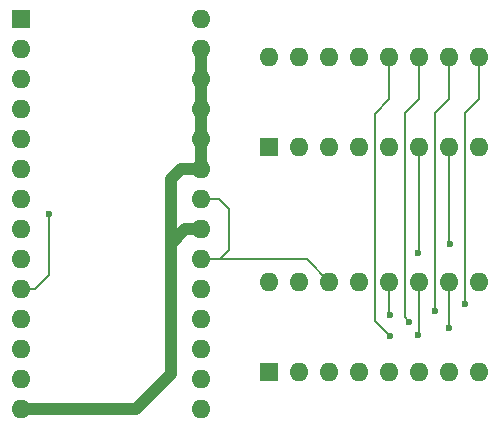
<source format=gbr>
%TF.GenerationSoftware,KiCad,Pcbnew,9.0.4*%
%TF.CreationDate,2025-12-25T18:25:57-05:00*%
%TF.ProjectId,DonkeyKongCPUPromReplacement,446f6e6b-6579-44b6-9f6e-674350555072,rev?*%
%TF.SameCoordinates,Original*%
%TF.FileFunction,Copper,L2,Bot*%
%TF.FilePolarity,Positive*%
%FSLAX46Y46*%
G04 Gerber Fmt 4.6, Leading zero omitted, Abs format (unit mm)*
G04 Created by KiCad (PCBNEW 9.0.4) date 2025-12-25 18:25:57*
%MOMM*%
%LPD*%
G01*
G04 APERTURE LIST*
%TA.AperFunction,ComponentPad*%
%ADD10R,1.600000X1.600000*%
%TD*%
%TA.AperFunction,ComponentPad*%
%ADD11O,1.600000X1.600000*%
%TD*%
%TA.AperFunction,ViaPad*%
%ADD12C,0.600000*%
%TD*%
%TA.AperFunction,Conductor*%
%ADD13C,1.000000*%
%TD*%
%TA.AperFunction,Conductor*%
%ADD14C,0.200000*%
%TD*%
G04 APERTURE END LIST*
D10*
%TO.P,J1,1,Pin_1*%
%TO.N,unconnected-(J1-Pin_1-Pad1)*%
X50000000Y-69000000D03*
D11*
%TO.P,J1,2,Pin_2*%
%TO.N,unconnected-(J1-Pin_2-Pad2)*%
X52540000Y-69000000D03*
%TO.P,J1,3,Pin_3*%
%TO.N,unconnected-(J1-Pin_3-Pad3)*%
X55080000Y-69000000D03*
%TO.P,J1,4,Pin_4*%
%TO.N,unconnected-(J1-Pin_4-Pad4)*%
X57620000Y-69000000D03*
%TO.P,J1,5,Pin_5*%
%TO.N,unconnected-(J1-Pin_5-Pad5)*%
X60160000Y-69000000D03*
%TO.P,J1,6,Pin_6*%
%TO.N,unconnected-(J1-Pin_6-Pad6)*%
X62700000Y-69000000D03*
%TO.P,J1,7,Pin_7*%
%TO.N,unconnected-(J1-Pin_7-Pad7)*%
X65240000Y-69000000D03*
%TO.P,J1,8,Pin_8*%
%TO.N,GND*%
X67780000Y-69000000D03*
%TO.P,J1,9,Pin_9*%
%TO.N,2E_D3*%
X67780000Y-61380000D03*
%TO.P,J1,10,Pin_10*%
%TO.N,2E_D2*%
X65240000Y-61380000D03*
%TO.P,J1,11,Pin_11*%
%TO.N,2E_D1*%
X62700000Y-61380000D03*
%TO.P,J1,12,Pin_12*%
%TO.N,2E_D0*%
X60160000Y-61380000D03*
%TO.P,J1,13,Pin_13*%
%TO.N,CS*%
X57620000Y-61380000D03*
%TO.P,J1,14,Pin_14*%
X55080000Y-61380000D03*
%TO.P,J1,15,Pin_15*%
%TO.N,unconnected-(J1-Pin_15-Pad15)*%
X52540000Y-61380000D03*
%TO.P,J1,16,Pin_16*%
%TO.N,unconnected-(J1-Pin_16-Pad16)*%
X50000000Y-61380000D03*
%TD*%
D10*
%TO.P,U1,1,VPP*%
%TO.N,+5V*%
X29000000Y-39170000D03*
D11*
%TO.P,U1,2,A12*%
%TO.N,GND*%
X29000000Y-41710000D03*
%TO.P,U1,3,A7*%
%TO.N,A7*%
X29000000Y-44250000D03*
%TO.P,U1,4,A6*%
%TO.N,A6*%
X29000000Y-46790000D03*
%TO.P,U1,5,A5*%
%TO.N,A5*%
X29000000Y-49330000D03*
%TO.P,U1,6,A4*%
%TO.N,A4*%
X29000000Y-51870000D03*
%TO.P,U1,7,A3*%
%TO.N,A3*%
X29000000Y-54410000D03*
%TO.P,U1,8,A2*%
%TO.N,A2*%
X29000000Y-56950000D03*
%TO.P,U1,9,A1*%
%TO.N,A1*%
X29000000Y-59490000D03*
%TO.P,U1,10,A0*%
%TO.N,A0*%
X29000000Y-62030000D03*
%TO.P,U1,11,D0*%
%TO.N,2E_D0*%
X29000000Y-64570000D03*
%TO.P,U1,12,D1*%
%TO.N,2E_D1*%
X29000000Y-67110000D03*
%TO.P,U1,13,D2*%
%TO.N,2E_D2*%
X29000000Y-69650000D03*
%TO.P,U1,14,GND*%
%TO.N,GND*%
X29000000Y-72190000D03*
%TO.P,U1,15,D3*%
%TO.N,2E_D3*%
X44240000Y-72190000D03*
%TO.P,U1,16,D4*%
%TO.N,2F_D0*%
X44240000Y-69650000D03*
%TO.P,U1,17,D5*%
%TO.N,2F_D1*%
X44240000Y-67110000D03*
%TO.P,U1,18,D6*%
%TO.N,2F_D2*%
X44240000Y-64570000D03*
%TO.P,U1,19,D7*%
%TO.N,2F_D3*%
X44240000Y-62030000D03*
%TO.P,U1,20,~{CE}*%
%TO.N,CS*%
X44240000Y-59490000D03*
%TO.P,U1,21,A10*%
%TO.N,GND*%
X44240000Y-56950000D03*
%TO.P,U1,22,~{OE}*%
%TO.N,CS*%
X44240000Y-54410000D03*
%TO.P,U1,23,A11*%
%TO.N,GND*%
X44240000Y-51870000D03*
%TO.P,U1,24,A9*%
X44240000Y-49330000D03*
%TO.P,U1,25,A8*%
X44240000Y-46790000D03*
%TO.P,U1,26,A13*%
X44240000Y-44250000D03*
%TO.P,U1,27,A14*%
X44240000Y-41710000D03*
%TO.P,U1,28,VCC*%
%TO.N,+5V*%
X44240000Y-39170000D03*
%TD*%
D10*
%TO.P,J2,1,Pin_1*%
%TO.N,A6*%
X50000000Y-50000000D03*
D11*
%TO.P,J2,2,Pin_2*%
%TO.N,A5*%
X52540000Y-50000000D03*
%TO.P,J2,3,Pin_3*%
%TO.N,A4*%
X55080000Y-50000000D03*
%TO.P,J2,4,Pin_4*%
%TO.N,A3*%
X57620000Y-50000000D03*
%TO.P,J2,5,Pin_5*%
%TO.N,A0*%
X60160000Y-50000000D03*
%TO.P,J2,6,Pin_6*%
%TO.N,A1*%
X62700000Y-50000000D03*
%TO.P,J2,7,Pin_7*%
%TO.N,A2*%
X65240000Y-50000000D03*
%TO.P,J2,8,Pin_8*%
%TO.N,unconnected-(J2-Pin_8-Pad8)*%
X67780000Y-50000000D03*
%TO.P,J2,9,Pin_9*%
%TO.N,2F_D3*%
X67780000Y-42380000D03*
%TO.P,J2,10,Pin_10*%
%TO.N,2F_D2*%
X65240000Y-42380000D03*
%TO.P,J2,11,Pin_11*%
%TO.N,2F_D1*%
X62700000Y-42380000D03*
%TO.P,J2,12,Pin_12*%
%TO.N,2F_D0*%
X60160000Y-42380000D03*
%TO.P,J2,13,Pin_13*%
%TO.N,unconnected-(J2-Pin_13-Pad13)*%
X57620000Y-42380000D03*
%TO.P,J2,14,Pin_14*%
%TO.N,unconnected-(J2-Pin_14-Pad14)*%
X55080000Y-42380000D03*
%TO.P,J2,15,Pin_15*%
%TO.N,A7*%
X52540000Y-42380000D03*
%TO.P,J2,16,Pin_16*%
%TO.N,+5V*%
X50000000Y-42380000D03*
%TD*%
D12*
%TO.N,2E_D0*%
X60198000Y-64170000D03*
%TO.N,2E_D1*%
X62611000Y-65913000D03*
%TO.N,2E_D2*%
X65240000Y-65316000D03*
%TO.N,2F_D2*%
X64008000Y-63881000D03*
%TO.N,A1*%
X62611000Y-58928000D03*
%TO.N,A0*%
X31369000Y-55626000D03*
%TO.N,2F_D0*%
X60198000Y-65948000D03*
%TO.N,2F_D1*%
X61849000Y-64770000D03*
%TO.N,2F_D3*%
X66548000Y-63246000D03*
%TO.N,A2*%
X65278000Y-58166000D03*
%TD*%
D13*
%TO.N,GND*%
X29000000Y-72190000D02*
X38681000Y-72190000D01*
X38681000Y-72190000D02*
X41656000Y-69215000D01*
X41656000Y-61341000D02*
X41656000Y-52705000D01*
X44240000Y-51870000D02*
X44240000Y-41710000D01*
X41656000Y-52705000D02*
X42491000Y-51870000D01*
X41656000Y-58166000D02*
X42872000Y-56950000D01*
X42491000Y-51870000D02*
X44240000Y-51870000D01*
X41656000Y-69215000D02*
X41656000Y-61341000D01*
X41656000Y-61341000D02*
X41656000Y-58166000D01*
X42872000Y-56950000D02*
X44240000Y-56950000D01*
D14*
%TO.N,CS*%
X46609000Y-55245000D02*
X45774000Y-54410000D01*
X53190000Y-59490000D02*
X44240000Y-59490000D01*
X45793000Y-59490000D02*
X46609000Y-58674000D01*
X45774000Y-54410000D02*
X44240000Y-54410000D01*
X46609000Y-58674000D02*
X46609000Y-55245000D01*
X44240000Y-59490000D02*
X45793000Y-59490000D01*
X55080000Y-61380000D02*
X53190000Y-59490000D01*
%TO.N,2E_D0*%
X60160000Y-64132000D02*
X60198000Y-64170000D01*
X60160000Y-61380000D02*
X60160000Y-64132000D01*
%TO.N,2E_D1*%
X62700000Y-61380000D02*
X62700000Y-65824000D01*
X62700000Y-65824000D02*
X62611000Y-65913000D01*
%TO.N,2E_D2*%
X65240000Y-61380000D02*
X65240000Y-65316000D01*
%TO.N,2F_D2*%
X65240000Y-45885000D02*
X65240000Y-42380000D01*
X64008000Y-47117000D02*
X65240000Y-45885000D01*
X64008000Y-63881000D02*
X64008000Y-47117000D01*
%TO.N,A1*%
X62700000Y-58839000D02*
X62611000Y-58928000D01*
X62700000Y-50000000D02*
X62700000Y-58839000D01*
%TO.N,A0*%
X30172000Y-62030000D02*
X29000000Y-62030000D01*
X31369000Y-60833000D02*
X30172000Y-62030000D01*
X31369000Y-55626000D02*
X31369000Y-60833000D01*
%TO.N,2F_D0*%
X60198000Y-65948000D02*
X58928000Y-64678000D01*
X60160000Y-45936000D02*
X60160000Y-42380000D01*
X58928000Y-47168000D02*
X60160000Y-45936000D01*
X58928000Y-64678000D02*
X58928000Y-47168000D01*
%TO.N,2F_D1*%
X62700000Y-45885000D02*
X62700000Y-45720000D01*
X61468000Y-64389000D02*
X61468000Y-47117000D01*
X61849000Y-64770000D02*
X61468000Y-64389000D01*
X62700000Y-45720000D02*
X62700000Y-42380000D01*
X62700000Y-45809000D02*
X62700000Y-45720000D01*
X61468000Y-47117000D02*
X62700000Y-45885000D01*
%TO.N,2F_D3*%
X67780000Y-45885000D02*
X67780000Y-42380000D01*
X66548000Y-63246000D02*
X66548000Y-47117000D01*
X66548000Y-47117000D02*
X67780000Y-45885000D01*
%TO.N,A2*%
X65278000Y-58166000D02*
X65240000Y-58128000D01*
X65240000Y-58128000D02*
X65240000Y-50000000D01*
%TD*%
M02*

</source>
